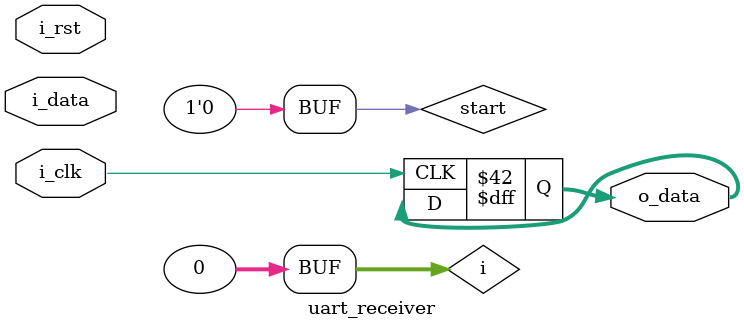
<source format=v>
module uart_receiver(
    i_clk,
    i_rst,
    i_data,
    o_data
);

    input i_clk;
    input i_rst;
    input i_data;
    output reg [7:0] o_data;
    
    reg [9:0] data; 

    reg start;

    integer i;

    always @(i_rst) begin
        start = 0;
        i = 0;
    end

    always @(negedge i_data) begin
        start = 1;
    end

    always @(posedge i_clk) begin
        if (start && (i != 10)) begin
            data = {data[8:0], i_data}; 
            i =  i + 1;
        end 
        if (start && (i == 10)) begin
            o_data[0] = data[8];
            o_data[1] = data[7];
            o_data[2] = data[6];
            o_data[3] = data[5];
            o_data[4] = data[4];
            o_data[5] = data[3];
            o_data[6] = data[2];
            o_data[7] = data[1];
            i = 0;
        end
    end

endmodule
</source>
